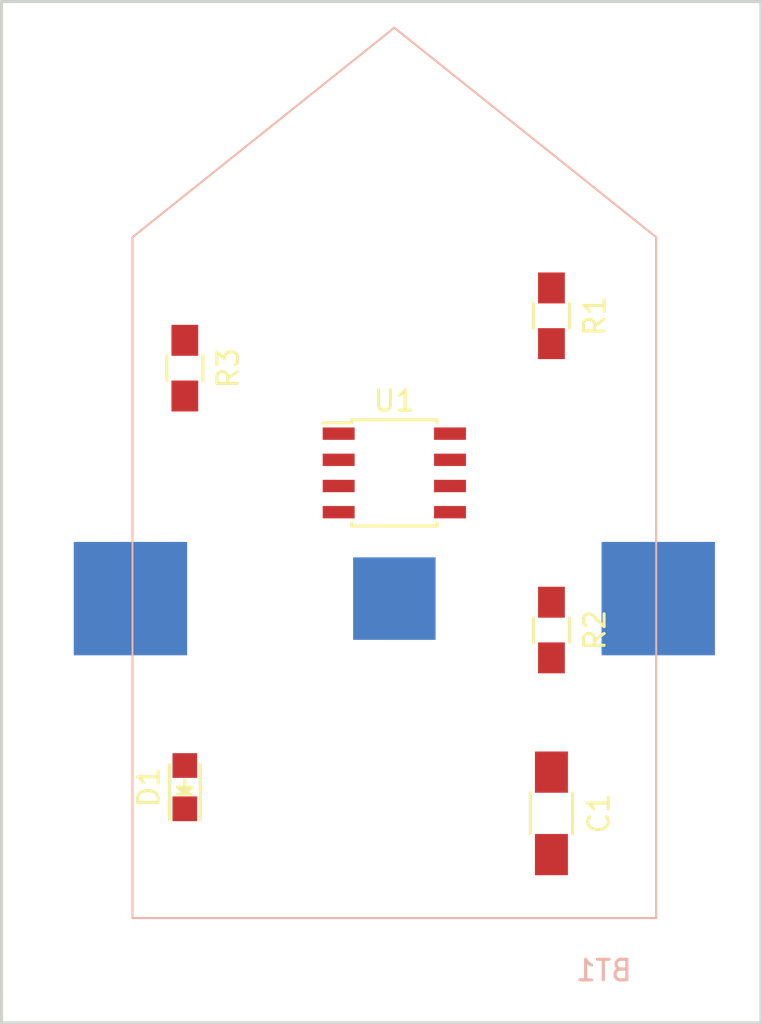
<source format=kicad_pcb>
(kicad_pcb (version 4) (host pcbnew 4.0.3-stable)

  (general
    (links 15)
    (no_connects 15)
    (area 96.444999 91.364999 133.425001 141.045001)
    (thickness 1.6)
    (drawings 5)
    (tracks 0)
    (zones 0)
    (modules 7)
    (nets 7)
  )

  (page A4)
  (layers
    (0 F.Cu signal)
    (31 B.Cu signal)
    (32 B.Adhes user)
    (33 F.Adhes user)
    (34 B.Paste user)
    (35 F.Paste user)
    (36 B.SilkS user)
    (37 F.SilkS user)
    (38 B.Mask user)
    (39 F.Mask user)
    (40 Dwgs.User user)
    (41 Cmts.User user)
    (42 Eco1.User user)
    (43 Eco2.User user)
    (44 Edge.Cuts user)
    (45 Margin user)
    (46 B.CrtYd user)
    (47 F.CrtYd user)
    (48 B.Fab user)
    (49 F.Fab user)
  )

  (setup
    (last_trace_width 0.254)
    (trace_clearance 0.254)
    (zone_clearance 0.508)
    (zone_45_only no)
    (trace_min 0.1524)
    (segment_width 0.2)
    (edge_width 0.15)
    (via_size 0.6858)
    (via_drill 0.4)
    (via_min_size 0.6858)
    (via_min_drill 0.3302)
    (uvia_size 0.3)
    (uvia_drill 0.1)
    (uvias_allowed no)
    (uvia_min_size 0.2)
    (uvia_min_drill 0.1)
    (pcb_text_width 0.3)
    (pcb_text_size 1.5 1.5)
    (mod_edge_width 0.15)
    (mod_text_size 1 1)
    (mod_text_width 0.15)
    (pad_size 1.524 1.524)
    (pad_drill 0.762)
    (pad_to_mask_clearance 0.2)
    (aux_axis_origin 0 0)
    (visible_elements FFFFFF7F)
    (pcbplotparams
      (layerselection 0x00030_80000001)
      (usegerberextensions false)
      (excludeedgelayer true)
      (linewidth 0.100000)
      (plotframeref false)
      (viasonmask false)
      (mode 1)
      (useauxorigin false)
      (hpglpennumber 1)
      (hpglpenspeed 20)
      (hpglpendiameter 15)
      (hpglpenoverlay 2)
      (psnegative false)
      (psa4output false)
      (plotreference true)
      (plotvalue true)
      (plotinvisibletext false)
      (padsonsilk false)
      (subtractmaskfromsilk false)
      (outputformat 1)
      (mirror false)
      (drillshape 1)
      (scaleselection 1)
      (outputdirectory ""))
  )

  (net 0 "")
  (net 1 "Net-(C1-Pad1)")
  (net 2 "Net-(D1-Pad2)")
  (net 3 /VDD)
  (net 4 "Net-(R1-Pad2)")
  (net 5 "Net-(R3-Pad1)")
  (net 6 GND)

  (net_class Default "This is the default net class."
    (clearance 0.254)
    (trace_width 0.254)
    (via_dia 0.6858)
    (via_drill 0.4)
    (uvia_dia 0.3)
    (uvia_drill 0.1)
    (add_net /VDD)
    (add_net GND)
    (add_net "Net-(C1-Pad1)")
    (add_net "Net-(D1-Pad2)")
    (add_net "Net-(R1-Pad2)")
    (add_net "Net-(R3-Pad1)")
  )

  (module Capacitors_SMD:C_1206_HandSoldering (layer F.Cu) (tedit 541A9C03) (tstamp 57B0A0C5)
    (at 123.19 130.81 270)
    (descr "Capacitor SMD 1206, hand soldering")
    (tags "capacitor 1206")
    (path /57AEF080)
    (attr smd)
    (fp_text reference C1 (at 0 -2.3 270) (layer F.SilkS)
      (effects (font (size 1 1) (thickness 0.15)))
    )
    (fp_text value 1u (at 0 2.3 270) (layer F.Fab)
      (effects (font (size 1 1) (thickness 0.15)))
    )
    (fp_line (start -3.3 -1.15) (end 3.3 -1.15) (layer F.CrtYd) (width 0.05))
    (fp_line (start -3.3 1.15) (end 3.3 1.15) (layer F.CrtYd) (width 0.05))
    (fp_line (start -3.3 -1.15) (end -3.3 1.15) (layer F.CrtYd) (width 0.05))
    (fp_line (start 3.3 -1.15) (end 3.3 1.15) (layer F.CrtYd) (width 0.05))
    (fp_line (start 1 -1.025) (end -1 -1.025) (layer F.SilkS) (width 0.15))
    (fp_line (start -1 1.025) (end 1 1.025) (layer F.SilkS) (width 0.15))
    (pad 1 smd rect (at -2 0 270) (size 2 1.6) (layers F.Cu F.Paste F.Mask)
      (net 1 "Net-(C1-Pad1)"))
    (pad 2 smd rect (at 2 0 270) (size 2 1.6) (layers F.Cu F.Paste F.Mask)
      (net 6 GND))
    (model Capacitors_SMD.3dshapes/C_1206_HandSoldering.wrl
      (at (xyz 0 0 0))
      (scale (xyz 1 1 1))
      (rotate (xyz 0 0 0))
    )
  )

  (module LEDs:LED_0805 (layer F.Cu) (tedit 55BDE1C2) (tstamp 57B0A0CB)
    (at 105.41 129.54 90)
    (descr "LED 0805 smd package")
    (tags "LED 0805 SMD")
    (path /57AEF0D5)
    (attr smd)
    (fp_text reference D1 (at 0 -1.75 90) (layer F.SilkS)
      (effects (font (size 1 1) (thickness 0.15)))
    )
    (fp_text value LED (at 0 1.75 90) (layer F.Fab)
      (effects (font (size 1 1) (thickness 0.15)))
    )
    (fp_line (start -0.4 -0.3) (end -0.4 0.3) (layer F.Fab) (width 0.15))
    (fp_line (start -0.3 0) (end 0 -0.3) (layer F.Fab) (width 0.15))
    (fp_line (start 0 0.3) (end -0.3 0) (layer F.Fab) (width 0.15))
    (fp_line (start 0 -0.3) (end 0 0.3) (layer F.Fab) (width 0.15))
    (fp_line (start 1 -0.6) (end -1 -0.6) (layer F.Fab) (width 0.15))
    (fp_line (start 1 0.6) (end 1 -0.6) (layer F.Fab) (width 0.15))
    (fp_line (start -1 0.6) (end 1 0.6) (layer F.Fab) (width 0.15))
    (fp_line (start -1 -0.6) (end -1 0.6) (layer F.Fab) (width 0.15))
    (fp_line (start -1.6 0.75) (end 1.1 0.75) (layer F.SilkS) (width 0.15))
    (fp_line (start -1.6 -0.75) (end 1.1 -0.75) (layer F.SilkS) (width 0.15))
    (fp_line (start -0.1 0.15) (end -0.1 -0.1) (layer F.SilkS) (width 0.15))
    (fp_line (start -0.1 -0.1) (end -0.25 0.05) (layer F.SilkS) (width 0.15))
    (fp_line (start -0.35 -0.35) (end -0.35 0.35) (layer F.SilkS) (width 0.15))
    (fp_line (start 0 0) (end 0.35 0) (layer F.SilkS) (width 0.15))
    (fp_line (start -0.35 0) (end 0 -0.35) (layer F.SilkS) (width 0.15))
    (fp_line (start 0 -0.35) (end 0 0.35) (layer F.SilkS) (width 0.15))
    (fp_line (start 0 0.35) (end -0.35 0) (layer F.SilkS) (width 0.15))
    (fp_line (start 1.9 -0.95) (end 1.9 0.95) (layer F.CrtYd) (width 0.05))
    (fp_line (start 1.9 0.95) (end -1.9 0.95) (layer F.CrtYd) (width 0.05))
    (fp_line (start -1.9 0.95) (end -1.9 -0.95) (layer F.CrtYd) (width 0.05))
    (fp_line (start -1.9 -0.95) (end 1.9 -0.95) (layer F.CrtYd) (width 0.05))
    (pad 2 smd rect (at 1.04902 0 270) (size 1.19888 1.19888) (layers F.Cu F.Paste F.Mask)
      (net 2 "Net-(D1-Pad2)"))
    (pad 1 smd rect (at -1.04902 0 270) (size 1.19888 1.19888) (layers F.Cu F.Paste F.Mask)
      (net 6 GND))
    (model LEDs.3dshapes/LED_0805.wrl
      (at (xyz 0 0 0))
      (scale (xyz 1 1 1))
      (rotate (xyz 0 0 0))
    )
  )

  (module Resistors_SMD:R_0805_HandSoldering (layer F.Cu) (tedit 54189DEE) (tstamp 57B0A0D1)
    (at 123.19 106.68 270)
    (descr "Resistor SMD 0805, hand soldering")
    (tags "resistor 0805")
    (path /57AEF00D)
    (attr smd)
    (fp_text reference R1 (at 0 -2.1 270) (layer F.SilkS)
      (effects (font (size 1 1) (thickness 0.15)))
    )
    (fp_text value 1K (at 0 2.1 270) (layer F.Fab)
      (effects (font (size 1 1) (thickness 0.15)))
    )
    (fp_line (start -2.4 -1) (end 2.4 -1) (layer F.CrtYd) (width 0.05))
    (fp_line (start -2.4 1) (end 2.4 1) (layer F.CrtYd) (width 0.05))
    (fp_line (start -2.4 -1) (end -2.4 1) (layer F.CrtYd) (width 0.05))
    (fp_line (start 2.4 -1) (end 2.4 1) (layer F.CrtYd) (width 0.05))
    (fp_line (start 0.6 0.875) (end -0.6 0.875) (layer F.SilkS) (width 0.15))
    (fp_line (start -0.6 -0.875) (end 0.6 -0.875) (layer F.SilkS) (width 0.15))
    (pad 1 smd rect (at -1.35 0 270) (size 1.5 1.3) (layers F.Cu F.Paste F.Mask)
      (net 3 /VDD))
    (pad 2 smd rect (at 1.35 0 270) (size 1.5 1.3) (layers F.Cu F.Paste F.Mask)
      (net 4 "Net-(R1-Pad2)"))
    (model Resistors_SMD.3dshapes/R_0805_HandSoldering.wrl
      (at (xyz 0 0 0))
      (scale (xyz 1 1 1))
      (rotate (xyz 0 0 0))
    )
  )

  (module Resistors_SMD:R_0805_HandSoldering (layer F.Cu) (tedit 54189DEE) (tstamp 57B0A0D7)
    (at 123.19 121.92 270)
    (descr "Resistor SMD 0805, hand soldering")
    (tags "resistor 0805")
    (path /57AEF053)
    (attr smd)
    (fp_text reference R2 (at 0 -2.1 270) (layer F.SilkS)
      (effects (font (size 1 1) (thickness 0.15)))
    )
    (fp_text value 470K (at 0 2.1 270) (layer F.Fab)
      (effects (font (size 1 1) (thickness 0.15)))
    )
    (fp_line (start -2.4 -1) (end 2.4 -1) (layer F.CrtYd) (width 0.05))
    (fp_line (start -2.4 1) (end 2.4 1) (layer F.CrtYd) (width 0.05))
    (fp_line (start -2.4 -1) (end -2.4 1) (layer F.CrtYd) (width 0.05))
    (fp_line (start 2.4 -1) (end 2.4 1) (layer F.CrtYd) (width 0.05))
    (fp_line (start 0.6 0.875) (end -0.6 0.875) (layer F.SilkS) (width 0.15))
    (fp_line (start -0.6 -0.875) (end 0.6 -0.875) (layer F.SilkS) (width 0.15))
    (pad 1 smd rect (at -1.35 0 270) (size 1.5 1.3) (layers F.Cu F.Paste F.Mask)
      (net 4 "Net-(R1-Pad2)"))
    (pad 2 smd rect (at 1.35 0 270) (size 1.5 1.3) (layers F.Cu F.Paste F.Mask)
      (net 1 "Net-(C1-Pad1)"))
    (model Resistors_SMD.3dshapes/R_0805_HandSoldering.wrl
      (at (xyz 0 0 0))
      (scale (xyz 1 1 1))
      (rotate (xyz 0 0 0))
    )
  )

  (module Resistors_SMD:R_0805_HandSoldering (layer F.Cu) (tedit 54189DEE) (tstamp 57B0A0DD)
    (at 105.41 109.22 270)
    (descr "Resistor SMD 0805, hand soldering")
    (tags "resistor 0805")
    (path /57AEF3BB)
    (attr smd)
    (fp_text reference R3 (at 0 -2.1 270) (layer F.SilkS)
      (effects (font (size 1 1) (thickness 0.15)))
    )
    (fp_text value 1K (at 0 2.1 270) (layer F.Fab)
      (effects (font (size 1 1) (thickness 0.15)))
    )
    (fp_line (start -2.4 -1) (end 2.4 -1) (layer F.CrtYd) (width 0.05))
    (fp_line (start -2.4 1) (end 2.4 1) (layer F.CrtYd) (width 0.05))
    (fp_line (start -2.4 -1) (end -2.4 1) (layer F.CrtYd) (width 0.05))
    (fp_line (start 2.4 -1) (end 2.4 1) (layer F.CrtYd) (width 0.05))
    (fp_line (start 0.6 0.875) (end -0.6 0.875) (layer F.SilkS) (width 0.15))
    (fp_line (start -0.6 -0.875) (end 0.6 -0.875) (layer F.SilkS) (width 0.15))
    (pad 1 smd rect (at -1.35 0 270) (size 1.5 1.3) (layers F.Cu F.Paste F.Mask)
      (net 5 "Net-(R3-Pad1)"))
    (pad 2 smd rect (at 1.35 0 270) (size 1.5 1.3) (layers F.Cu F.Paste F.Mask)
      (net 2 "Net-(D1-Pad2)"))
    (model Resistors_SMD.3dshapes/R_0805_HandSoldering.wrl
      (at (xyz 0 0 0))
      (scale (xyz 1 1 1))
      (rotate (xyz 0 0 0))
    )
  )

  (module Housings_SOIC:SOIC-8_3.9x4.9mm_Pitch1.27mm (layer F.Cu) (tedit 54130A77) (tstamp 57B0A0E9)
    (at 115.57 114.3)
    (descr "8-Lead Plastic Small Outline (SN) - Narrow, 3.90 mm Body [SOIC] (see Microchip Packaging Specification 00000049BS.pdf)")
    (tags "SOIC 1.27")
    (path /57AEEF4E)
    (attr smd)
    (fp_text reference U1 (at 0 -3.5) (layer F.SilkS)
      (effects (font (size 1 1) (thickness 0.15)))
    )
    (fp_text value 7555 (at 0 3.5) (layer F.Fab)
      (effects (font (size 1 1) (thickness 0.15)))
    )
    (fp_line (start -3.75 -2.75) (end -3.75 2.75) (layer F.CrtYd) (width 0.05))
    (fp_line (start 3.75 -2.75) (end 3.75 2.75) (layer F.CrtYd) (width 0.05))
    (fp_line (start -3.75 -2.75) (end 3.75 -2.75) (layer F.CrtYd) (width 0.05))
    (fp_line (start -3.75 2.75) (end 3.75 2.75) (layer F.CrtYd) (width 0.05))
    (fp_line (start -2.075 -2.575) (end -2.075 -2.43) (layer F.SilkS) (width 0.15))
    (fp_line (start 2.075 -2.575) (end 2.075 -2.43) (layer F.SilkS) (width 0.15))
    (fp_line (start 2.075 2.575) (end 2.075 2.43) (layer F.SilkS) (width 0.15))
    (fp_line (start -2.075 2.575) (end -2.075 2.43) (layer F.SilkS) (width 0.15))
    (fp_line (start -2.075 -2.575) (end 2.075 -2.575) (layer F.SilkS) (width 0.15))
    (fp_line (start -2.075 2.575) (end 2.075 2.575) (layer F.SilkS) (width 0.15))
    (fp_line (start -2.075 -2.43) (end -3.475 -2.43) (layer F.SilkS) (width 0.15))
    (pad 1 smd rect (at -2.7 -1.905) (size 1.55 0.6) (layers F.Cu F.Paste F.Mask)
      (net 6 GND))
    (pad 2 smd rect (at -2.7 -0.635) (size 1.55 0.6) (layers F.Cu F.Paste F.Mask)
      (net 1 "Net-(C1-Pad1)"))
    (pad 3 smd rect (at -2.7 0.635) (size 1.55 0.6) (layers F.Cu F.Paste F.Mask)
      (net 5 "Net-(R3-Pad1)"))
    (pad 4 smd rect (at -2.7 1.905) (size 1.55 0.6) (layers F.Cu F.Paste F.Mask)
      (net 3 /VDD))
    (pad 5 smd rect (at 2.7 1.905) (size 1.55 0.6) (layers F.Cu F.Paste F.Mask)
      (net 6 GND))
    (pad 6 smd rect (at 2.7 0.635) (size 1.55 0.6) (layers F.Cu F.Paste F.Mask)
      (net 1 "Net-(C1-Pad1)"))
    (pad 7 smd rect (at 2.7 -0.635) (size 1.55 0.6) (layers F.Cu F.Paste F.Mask)
      (net 4 "Net-(R1-Pad2)"))
    (pad 8 smd rect (at 2.7 -1.905) (size 1.55 0.6) (layers F.Cu F.Paste F.Mask)
      (net 3 /VDD))
    (model Housings_SOIC.3dshapes/SOIC-8_3.9x4.9mm_Pitch1.27mm.wrl
      (at (xyz 0 0 0))
      (scale (xyz 1 1 1))
      (rotate (xyz 0 0 0))
    )
  )

  (module BLINKY:S8221 (layer B.Cu) (tedit 57B0A9B4) (tstamp 57B0AA64)
    (at 115.57 120.65)
    (path /57AEF6B2)
    (fp_text reference BT1 (at 10.16 17.78) (layer B.SilkS)
      (effects (font (size 1 1) (thickness 0.15)) (justify mirror))
    )
    (fp_text value Battery (at -10.16 17.78) (layer B.Fab)
      (effects (font (size 1 1) (thickness 0.15)) (justify mirror))
    )
    (fp_line (start -12.7 12.7) (end -12.7 15.24) (layer B.SilkS) (width 0.1))
    (fp_line (start -12.7 12.7) (end -12.7 -17.78) (layer B.SilkS) (width 0.1))
    (fp_line (start -12.7 -17.78) (end 0 -27.94) (layer B.SilkS) (width 0.1))
    (fp_line (start 0 -27.94) (end 12.7 -17.78) (layer B.SilkS) (width 0.1))
    (fp_line (start 12.7 -17.78) (end 12.7 15.24) (layer B.SilkS) (width 0.1))
    (fp_line (start 12.7 15.24) (end -12.7 15.24) (layer B.SilkS) (width 0.1))
    (pad 2 smd rect (at 0 -0.254) (size 4 4) (layers B.Cu B.Paste B.Mask)
      (net 6 GND))
    (pad 1 smd rect (at -12.8 -0.254) (size 5.5 5.5) (layers B.Cu B.Paste B.Mask)
      (net 3 /VDD))
    (pad 1 smd rect (at 12.8 -0.254) (size 5.5 5.5) (layers B.Cu B.Paste B.Mask)
      (net 3 /VDD))
  )

  (gr_line (start 96.52 140.97) (end 96.52 139.7) (angle 90) (layer Edge.Cuts) (width 0.15))
  (gr_line (start 133.35 140.97) (end 96.52 140.97) (angle 90) (layer Edge.Cuts) (width 0.15))
  (gr_line (start 133.35 91.44) (end 133.35 140.97) (angle 90) (layer Edge.Cuts) (width 0.15))
  (gr_line (start 96.52 91.44) (end 133.35 91.44) (angle 90) (layer Edge.Cuts) (width 0.15))
  (gr_line (start 96.52 139.7) (end 96.52 91.44) (angle 90) (layer Edge.Cuts) (width 0.15))

)

</source>
